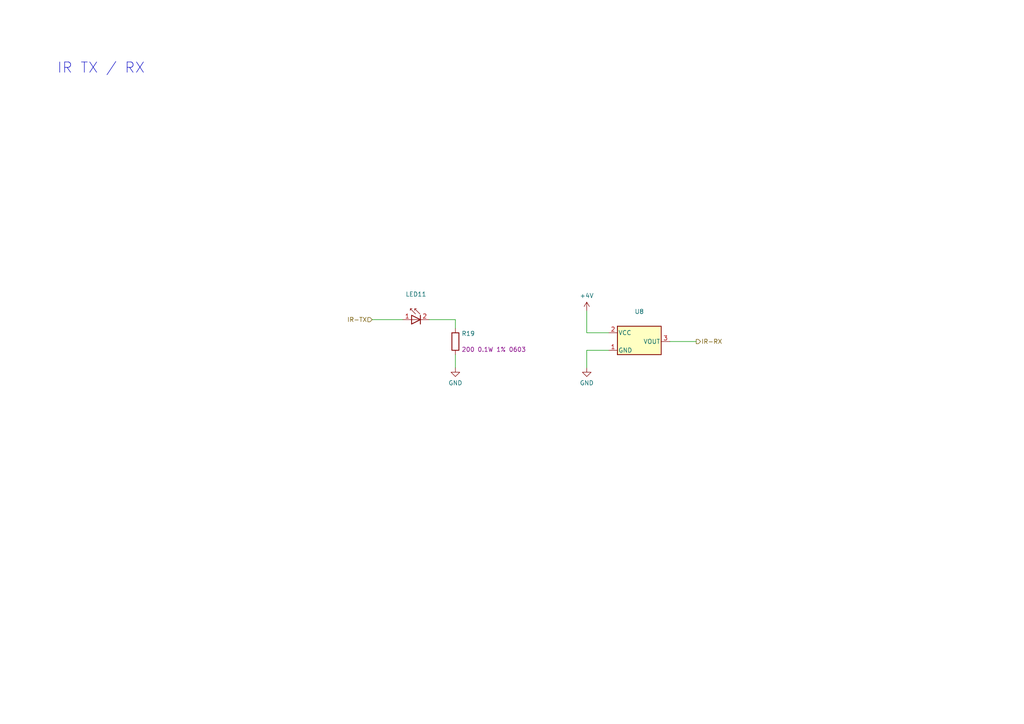
<source format=kicad_sch>
(kicad_sch (version 20211123) (generator eeschema)

  (uuid c173b259-ac0e-461b-895a-4f2290f720df)

  (paper "A4")

  (lib_symbols
    (symbol "1_pontech:PLP-000031" (pin_numbers hide) (pin_names (offset 0)) (in_bom yes) (on_board yes)
      (property "Reference" "R" (id 0) (at 2.032 0 90)
        (effects (font (size 1.27 1.27)))
      )
      (property "Value" "PLP-000031" (id 1) (at -2.54 0 90)
        (effects (font (size 1.27 1.27)))
      )
      (property "Footprint" "a_pontech:R_0603_1608Metric" (id 2) (at -1.778 0 90)
        (effects (font (size 1.27 1.27)) hide)
      )
      (property "Datasheet" "~" (id 3) (at 0 0 0)
        (effects (font (size 1.27 1.27)) hide)
      )
      (property "Info" "200 0.1W 1% 0603" (id 4) (at -5.08 0 90)
        (effects (font (size 1.27 1.27)))
      )
      (property "ki_keywords" "R res resistor" (id 5) (at 0 0 0)
        (effects (font (size 1.27 1.27)) hide)
      )
      (property "ki_description" "200 0.1W 1% 0603 Resistor" (id 6) (at 0 0 0)
        (effects (font (size 1.27 1.27)) hide)
      )
      (property "ki_fp_filters" "R_*" (id 7) (at 0 0 0)
        (effects (font (size 1.27 1.27)) hide)
      )
      (symbol "PLP-000031_0_1"
        (rectangle (start -1.016 -2.54) (end 1.016 2.54)
          (stroke (width 0.254) (type default) (color 0 0 0 0))
          (fill (type none))
        )
      )
      (symbol "PLP-000031_1_1"
        (pin passive line (at 0 3.81 270) (length 1.27)
          (name "~" (effects (font (size 1.27 1.27))))
          (number "1" (effects (font (size 1.27 1.27))))
        )
        (pin passive line (at 0 -3.81 90) (length 1.27)
          (name "~" (effects (font (size 1.27 1.27))))
          (number "2" (effects (font (size 1.27 1.27))))
        )
      )
    )
    (symbol "1_pontech:PLP-000201" (pin_names (offset 0.254)) (in_bom yes) (on_board yes)
      (property "Reference" "U" (id 0) (at -3.81 5.715 0)
        (effects (font (size 1.27 1.27)))
      )
      (property "Value" "PLP-000201" (id 1) (at 0 5.715 0)
        (effects (font (size 1.27 1.27)) (justify left))
      )
      (property "Footprint" "a_pontech:PLP-000201" (id 2) (at 0 8.255 0)
        (effects (font (size 1.27 1.27) italic) hide)
      )
      (property "Datasheet" "http://www.zlgmcu.com/Sipex/LDO/PDF/spx2920.pdf" (id 3) (at 0 1.27 0)
        (effects (font (size 1.27 1.27)) hide)
      )
      (property "ki_keywords" "REGULATOR LDO 3.3V" (id 4) (at 0 0 0)
        (effects (font (size 1.27 1.27)) hide)
      )
      (property "ki_description" "IR RCVR MODULE 40 KHZ CNTR FREQ" (id 5) (at 0 0 0)
        (effects (font (size 1.27 1.27)) hide)
      )
      (property "ki_fp_filters" "SOT?223*" (id 6) (at 0 0 0)
        (effects (font (size 1.27 1.27)) hide)
      )
      (symbol "PLP-000201_0_1"
        (rectangle (start -6.35 -3.81) (end 6.35 4.445)
          (stroke (width 0.254) (type default) (color 0 0 0 0))
          (fill (type background))
        )
      )
      (symbol "PLP-000201_1_1"
        (pin power_in line (at -8.89 -2.54 0) (length 2.54)
          (name "GND" (effects (font (size 1.27 1.27))))
          (number "1" (effects (font (size 1.27 1.27))))
        )
        (pin input line (at -8.89 2.54 0) (length 2.54)
          (name "VCC" (effects (font (size 1.27 1.27))))
          (number "2" (effects (font (size 1.27 1.27))))
        )
        (pin output line (at 8.89 0 180) (length 2.54)
          (name "VOUT" (effects (font (size 1.27 1.27))))
          (number "3" (effects (font (size 1.27 1.27))))
        )
      )
    )
    (symbol "74_Jacob:+4.5V" (power) (pin_numbers hide) (pin_names (offset 0) hide) (in_bom yes) (on_board yes)
      (property "Reference" "#PWR" (id 0) (at 0 -3.81 0)
        (effects (font (size 1.27 1.27)) hide)
      )
      (property "Value" "+4.5V" (id 1) (at 0 3.556 0)
        (effects (font (size 1.27 1.27)))
      )
      (property "Footprint" "" (id 2) (at 0 0 0)
        (effects (font (size 1.27 1.27)) hide)
      )
      (property "Datasheet" "" (id 3) (at 0 0 0)
        (effects (font (size 1.27 1.27)) hide)
      )
      (property "ki_keywords" "power-flag" (id 4) (at 0 0 0)
        (effects (font (size 1.27 1.27)) hide)
      )
      (property "ki_description" "Power symbol creates a global label with name \"+4.5V\"" (id 5) (at 0 0 0)
        (effects (font (size 1.27 1.27)) hide)
      )
      (symbol "+4.5V_0_1"
        (polyline
          (pts
            (xy -0.762 1.27)
            (xy 0 2.54)
          )
          (stroke (width 0) (type default) (color 0 0 0 0))
          (fill (type none))
        )
        (polyline
          (pts
            (xy 0 0)
            (xy 0 2.54)
          )
          (stroke (width 0) (type default) (color 0 0 0 0))
          (fill (type none))
        )
        (polyline
          (pts
            (xy 0 2.54)
            (xy 0.762 1.27)
          )
          (stroke (width 0) (type default) (color 0 0 0 0))
          (fill (type none))
        )
      )
      (symbol "+4.5V_1_1"
        (pin power_in line (at 0 0 90) (length 0) hide
          (name "+4V" (effects (font (size 1.27 1.27))))
          (number "1" (effects (font (size 1.27 1.27))))
        )
      )
    )
    (symbol "74_Jacob:GND" (power) (pin_numbers hide) (pin_names (offset 0) hide) (in_bom yes) (on_board yes)
      (property "Reference" "#PWR" (id 0) (at 0 -6.35 0)
        (effects (font (size 1.27 1.27)) hide)
      )
      (property "Value" "GND" (id 1) (at 0 -3.81 0)
        (effects (font (size 1.27 1.27)))
      )
      (property "Footprint" "" (id 2) (at 0 0 0)
        (effects (font (size 1.27 1.27)) hide)
      )
      (property "Datasheet" "" (id 3) (at 0 0 0)
        (effects (font (size 1.27 1.27)) hide)
      )
      (property "ki_keywords" "power-flag" (id 4) (at 0 0 0)
        (effects (font (size 1.27 1.27)) hide)
      )
      (property "ki_description" "Power symbol creates a global label with name \"GND\" , ground" (id 5) (at 0 0 0)
        (effects (font (size 1.27 1.27)) hide)
      )
      (symbol "GND_0_1"
        (polyline
          (pts
            (xy 0 0)
            (xy 0 -1.27)
            (xy 1.27 -1.27)
            (xy 0 -2.54)
            (xy -1.27 -1.27)
            (xy 0 -1.27)
          )
          (stroke (width 0) (type default) (color 0 0 0 0))
          (fill (type none))
        )
      )
      (symbol "GND_1_1"
        (pin power_in line (at 0 0 270) (length 0) hide
          (name "GND" (effects (font (size 1.27 1.27))))
          (number "1" (effects (font (size 1.27 1.27))))
        )
      )
    )
    (symbol "74_Jordan_IRSchematic:IRLED1503" (pin_names (offset 1.016) hide) (in_bom yes) (on_board yes)
      (property "Reference" "LED1" (id 0) (at -2.54 5.08 0)
        (effects (font (size 1.27 1.27)) (justify left))
      )
      (property "Value" "IRLED1503" (id 1) (at 0.254 -2.794 0)
        (effects (font (size 1.27 1.27)))
      )
      (property "Footprint" "74_ClassProj_IRFootprint:IR1503" (id 2) (at 0 -4.445 0)
        (effects (font (size 1.27 1.27)) hide)
      )
      (property "Datasheet" "http://www.alliedelec.com/m/d/40788c34903a719969df15f1fbea1056.pdf" (id 3) (at 8.89 -6.35 0)
        (effects (font (size 1.27 1.27)) hide)
      )
      (property "ki_keywords" "IR LED" (id 4) (at 0 0 0)
        (effects (font (size 1.27 1.27)) hide)
      )
      (property "ki_description" "940nm IR-LED, 5mm" (id 5) (at 0 0 0)
        (effects (font (size 1.27 1.27)) hide)
      )
      (property "ki_fp_filters" "LED*5.0mm*IRGrey*" (id 6) (at 0 0 0)
        (effects (font (size 1.27 1.27)) hide)
      )
      (symbol "IRLED1503_0_1"
        (polyline
          (pts
            (xy -1.27 1.27)
            (xy -1.27 -1.27)
          )
          (stroke (width 0.254) (type default) (color 0 0 0 0))
          (fill (type none))
        )
        (polyline
          (pts
            (xy 1.27 0)
            (xy -1.27 0)
          )
          (stroke (width 0) (type default) (color 0 0 0 0))
          (fill (type none))
        )
        (polyline
          (pts
            (xy 1.651 3.175)
            (xy 1.143 3.175)
          )
          (stroke (width 0) (type default) (color 0 0 0 0))
          (fill (type none))
        )
        (polyline
          (pts
            (xy 0.127 1.651)
            (xy 1.651 3.175)
            (xy 1.651 2.667)
          )
          (stroke (width 0) (type default) (color 0 0 0 0))
          (fill (type none))
        )
        (polyline
          (pts
            (xy 1.27 -1.27)
            (xy -1.27 0)
            (xy 1.27 1.27)
            (xy 1.27 -1.27)
          )
          (stroke (width 0.254) (type default) (color 0 0 0 0))
          (fill (type none))
        )
        (polyline
          (pts
            (xy -1.143 1.651)
            (xy 0.381 3.175)
            (xy 0.381 2.667)
            (xy 0.381 3.175)
            (xy -0.127 3.175)
          )
          (stroke (width 0) (type default) (color 0 0 0 0))
          (fill (type none))
        )
      )
      (symbol "IRLED1503_1_1"
        (pin passive line (at 3.81 0 180) (length 2.54)
          (name "K" (effects (font (size 1.27 1.27))))
          (number "1" (effects (font (size 1.27 1.27))))
        )
        (pin passive line (at -3.81 0 0) (length 2.54)
          (name "A" (effects (font (size 1.27 1.27))))
          (number "2" (effects (font (size 1.27 1.27))))
        )
      )
    )
  )


  (wire (pts (xy 170.18 106.68) (xy 170.18 101.6))
    (stroke (width 0) (type default) (color 0 0 0 0))
    (uuid 0a68614b-414c-4660-ab6f-96487c0bf2db)
  )
  (wire (pts (xy 170.18 96.52) (xy 176.53 96.52))
    (stroke (width 0) (type default) (color 0 0 0 0))
    (uuid 3e0ad150-98d8-4790-885e-bc54cd32247e)
  )
  (wire (pts (xy 170.18 90.17) (xy 170.18 96.52))
    (stroke (width 0) (type default) (color 0 0 0 0))
    (uuid 555d33d9-bf37-4269-bfc6-2d4d052798c6)
  )
  (wire (pts (xy 201.93 99.06) (xy 194.31 99.06))
    (stroke (width 0) (type default) (color 0 0 0 0))
    (uuid 83b90017-df16-46a9-a5b3-fd50cd83c7da)
  )
  (wire (pts (xy 132.08 102.87) (xy 132.08 106.68))
    (stroke (width 0) (type default) (color 0 0 0 0))
    (uuid a4850493-5aa3-49e6-abd7-90982c8a28da)
  )
  (wire (pts (xy 132.08 95.25) (xy 132.08 92.71))
    (stroke (width 0) (type default) (color 0 0 0 0))
    (uuid aeb5ad26-dbae-46f2-910d-d0d19e15760a)
  )
  (wire (pts (xy 132.08 92.71) (xy 124.46 92.71))
    (stroke (width 0) (type default) (color 0 0 0 0))
    (uuid b7e6e99a-9037-47fc-a0d7-2902107ed9fc)
  )
  (wire (pts (xy 107.95 92.71) (xy 116.84 92.71))
    (stroke (width 0) (type default) (color 0 0 0 0))
    (uuid ec1fda19-2e6a-420b-baba-5af36d1b8644)
  )
  (wire (pts (xy 170.18 101.6) (xy 176.53 101.6))
    (stroke (width 0) (type default) (color 0 0 0 0))
    (uuid edca1791-8a0b-42fa-99eb-78059e67f03d)
  )

  (text "IR TX / RX" (at 16.51 21.59 0)
    (effects (font (size 2.9972 2.9972)) (justify left bottom))
    (uuid fd01ca7f-c4b0-47af-bb73-412f21d2a283)
  )

  (hierarchical_label "IR-RX" (shape output) (at 201.93 99.06 0)
    (effects (font (size 1.27 1.27)) (justify left))
    (uuid 64c811c1-0fd2-47d9-a1fa-7b705745a2d5)
  )
  (hierarchical_label "IR-TX" (shape input) (at 107.95 92.71 180)
    (effects (font (size 1.27 1.27)) (justify right))
    (uuid 91a9449a-7527-44d1-9d8f-5c2558c9834e)
  )

  (symbol (lib_id "1_pontech:PLP-000031") (at 132.08 99.06 0) (unit 1)
    (in_bom yes) (on_board yes)
    (uuid 00000000-0000-0000-0000-000062644ff5)
    (property "Reference" "R19" (id 0) (at 133.858 96.7486 0)
      (effects (font (size 1.27 1.27)) (justify left))
    )
    (property "Value" "" (id 1) (at 133.858 99.06 0)
      (effects (font (size 1.27 1.27)) (justify left))
    )
    (property "Footprint" "" (id 2) (at 130.302 99.06 90)
      (effects (font (size 1.27 1.27)) hide)
    )
    (property "Datasheet" "~" (id 3) (at 132.08 99.06 0)
      (effects (font (size 1.27 1.27)) hide)
    )
    (property "Info" "200 0.1W 1% 0603" (id 4) (at 133.858 101.3714 0)
      (effects (font (size 1.27 1.27)) (justify left))
    )
    (pin "1" (uuid 3716dc8b-d3ee-45fd-b112-3dc93706606b))
    (pin "2" (uuid fad387d8-afb2-4405-97d0-404d11f485e6))
  )

  (symbol (lib_id "74_Jordan_IRSchematic:IRLED1503") (at 120.65 92.71 0) (mirror y) (unit 1)
    (in_bom yes) (on_board yes)
    (uuid 00000000-0000-0000-0000-00006265b928)
    (property "Reference" "LED11" (id 0) (at 120.65 85.344 0))
    (property "Value" "" (id 1) (at 120.65 87.6554 0))
    (property "Footprint" "" (id 2) (at 120.65 97.155 0)
      (effects (font (size 1.27 1.27)) hide)
    )
    (property "Datasheet" "http://www.alliedelec.com/m/d/40788c34903a719969df15f1fbea1056.pdf" (id 3) (at 111.76 99.06 0)
      (effects (font (size 1.27 1.27)) hide)
    )
    (pin "1" (uuid a6178c55-0b88-4065-9179-42b7c919ecb4))
    (pin "2" (uuid 11464e0f-bb80-4258-8c96-ed8e7b4579bf))
  )

  (symbol (lib_id "74_Jacob:GND") (at 132.08 106.68 0) (unit 1)
    (in_bom yes) (on_board yes)
    (uuid 00000000-0000-0000-0000-00006265d8f2)
    (property "Reference" "#PWR?" (id 0) (at 132.08 113.03 0)
      (effects (font (size 1.27 1.27)) hide)
    )
    (property "Value" "" (id 1) (at 132.08 111.0742 0))
    (property "Footprint" "" (id 2) (at 132.08 106.68 0)
      (effects (font (size 1.27 1.27)) hide)
    )
    (property "Datasheet" "" (id 3) (at 132.08 106.68 0)
      (effects (font (size 1.27 1.27)) hide)
    )
    (pin "1" (uuid c2b58d27-fb3e-4a28-afe7-a61f35cbea11))
  )

  (symbol (lib_id "1_pontech:PLP-000201") (at 185.42 99.06 0) (unit 1)
    (in_bom yes) (on_board yes)
    (uuid 00000000-0000-0000-0000-000062668197)
    (property "Reference" "U8" (id 0) (at 185.42 90.3732 0))
    (property "Value" "" (id 1) (at 185.42 92.6846 0))
    (property "Footprint" "" (id 2) (at 185.42 90.805 0)
      (effects (font (size 1.27 1.27) italic) hide)
    )
    (property "Datasheet" "http://www.zlgmcu.com/Sipex/LDO/PDF/spx2920.pdf" (id 3) (at 185.42 97.79 0)
      (effects (font (size 1.27 1.27)) hide)
    )
    (pin "1" (uuid 69762679-64b8-43d5-900c-e6b5bcf279d2))
    (pin "2" (uuid ffbfb901-8ff0-4ab4-9e32-42f066d683af))
    (pin "3" (uuid 28d63b96-bd60-4309-90f6-8e727867f820))
  )

  (symbol (lib_id "74_Jacob:GND") (at 170.18 106.68 0) (unit 1)
    (in_bom yes) (on_board yes)
    (uuid 00000000-0000-0000-0000-000062669a75)
    (property "Reference" "#PWR?" (id 0) (at 170.18 113.03 0)
      (effects (font (size 1.27 1.27)) hide)
    )
    (property "Value" "" (id 1) (at 170.18 111.0742 0))
    (property "Footprint" "" (id 2) (at 170.18 106.68 0)
      (effects (font (size 1.27 1.27)) hide)
    )
    (property "Datasheet" "" (id 3) (at 170.18 106.68 0)
      (effects (font (size 1.27 1.27)) hide)
    )
    (pin "1" (uuid 75828f15-055e-4974-b92d-ee21f55ebcab))
  )

  (symbol (lib_id "74_Jacob:+4.5V") (at 170.18 90.17 0) (unit 1)
    (in_bom yes) (on_board yes)
    (uuid 00000000-0000-0000-0000-0000626785bd)
    (property "Reference" "#PWR0119" (id 0) (at 170.18 93.98 0)
      (effects (font (size 1.27 1.27)) hide)
    )
    (property "Value" "" (id 1) (at 170.18 85.7758 0))
    (property "Footprint" "" (id 2) (at 170.18 90.17 0)
      (effects (font (size 1.27 1.27)) hide)
    )
    (property "Datasheet" "" (id 3) (at 170.18 90.17 0)
      (effects (font (size 1.27 1.27)) hide)
    )
    (pin "1" (uuid 62affa08-3d53-4bb4-9bf9-b34b4b133ead))
  )
)

</source>
